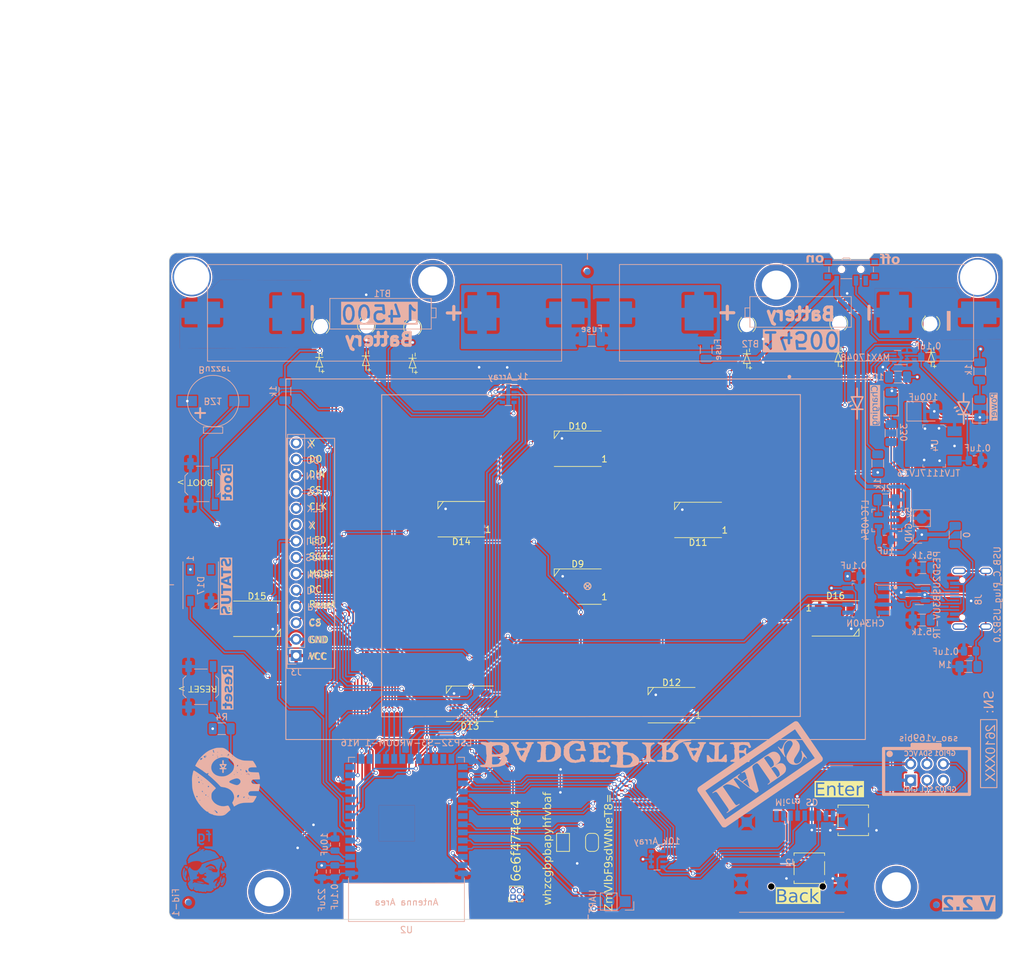
<source format=kicad_pcb>
(kicad_pcb
	(version 20241229)
	(generator "pcbnew")
	(generator_version "9.0")
	(general
		(thickness 1.58)
		(legacy_teardrops no)
	)
	(paper "USLetter")
	(title_block
		(title "CactusCon")
		(date "2025-12-07")
		(rev "Prototype_v2.2")
		(company "BadgePirates")
		(comment 1 "2 Input Buttons / SPI TFT w/Touch")
		(comment 2 "Lipo Charger / 14500 Batteryx2 / Fuel Guage")
		(comment 3 "USB to Serial Programming / MicroSD / Buzzer")
		(comment 4 "ESP32-S3 WROOM (WIFI/BTLE) - N16")
	)
	(layers
		(0 "F.Cu" signal)
		(2 "B.Cu" signal)
		(9 "F.Adhes" user "F.Adhesive")
		(11 "B.Adhes" user "B.Adhesive")
		(13 "F.Paste" user)
		(15 "B.Paste" user)
		(5 "F.SilkS" user "F.Silkscreen")
		(7 "B.SilkS" user "B.Silkscreen")
		(1 "F.Mask" user)
		(3 "B.Mask" user)
		(17 "Dwgs.User" user "User.Drawings")
		(19 "Cmts.User" user "User.Comments")
		(21 "Eco1.User" user "User.Eco1")
		(23 "Eco2.User" user "User.Eco2")
		(25 "Edge.Cuts" user)
		(27 "Margin" user)
		(31 "F.CrtYd" user "F.Courtyard")
		(29 "B.CrtYd" user "B.Courtyard")
		(35 "F.Fab" user)
		(33 "B.Fab" user)
	)
	(setup
		(stackup
			(layer "F.SilkS"
				(type "Top Silk Screen")
				(color "Black")
			)
			(layer "F.Paste"
				(type "Top Solder Paste")
			)
			(layer "F.Mask"
				(type "Top Solder Mask")
				(color "White")
				(thickness 0.01)
			)
			(layer "F.Cu"
				(type "copper")
				(thickness 0.035)
			)
			(layer "dielectric 1"
				(type "core")
				(color "Polyimide")
				(thickness 1.49)
				(material "FR4")
				(epsilon_r 4.29)
				(loss_tangent 0.02)
			)
			(layer "B.Cu"
				(type "copper")
				(thickness 0.035)
			)
			(layer "B.Mask"
				(type "Bottom Solder Mask")
				(color "White")
				(thickness 0.01)
			)
			(layer "B.Paste"
				(type "Bottom Solder Paste")
			)
			(layer "B.SilkS"
				(type "Bottom Silk Screen")
				(color "Black")
			)
			(copper_finish "None")
			(dielectric_constraints yes)
		)
		(pad_to_mask_clearance 0.2)
		(allow_soldermask_bridges_in_footprints no)
		(tenting front back)
		(aux_axis_origin 218.54 159.5)
		(pcbplotparams
			(layerselection 0x00000000_00000000_55555555_575555ff)
			(plot_on_all_layers_selection 0x00000000_00000000_00000000_00000000)
			(disableapertmacros no)
			(usegerberextensions no)
			(usegerberattributes yes)
			(usegerberadvancedattributes yes)
			(creategerberjobfile yes)
			(dashed_line_dash_ratio 12.000000)
			(dashed_line_gap_ratio 3.000000)
			(svgprecision 4)
			(plotframeref no)
			(mode 1)
			(useauxorigin no)
			(hpglpennumber 1)
			(hpglpenspeed 20)
			(hpglpendiameter 15.000000)
			(pdf_front_fp_property_popups yes)
			(pdf_back_fp_property_popups yes)
			(pdf_metadata yes)
			(pdf_single_document no)
			(dxfpolygonmode yes)
			(dxfimperialunits yes)
			(dxfusepcbnewfont yes)
			(psnegative no)
			(psa4output no)
			(plot_black_and_white yes)
			(sketchpadsonfab no)
			(plotpadnumbers no)
			(hidednponfab no)
			(sketchdnponfab yes)
			(crossoutdnponfab yes)
			(subtractmaskfromsilk no)
			(outputformat 1)
			(mirror no)
			(drillshape 0)
			(scaleselection 1)
			(outputdirectory "gerbers/")
		)
	)
	(net 0 "")
	(net 1 "/Power and Charge Curcuit/BATTERY1+")
	(net 2 "GND")
	(net 3 "RESET")
	(net 4 "VBUS")
	(net 5 "VCC")
	(net 6 "+BATT")
	(net 7 "Net-(D4-A)")
	(net 8 "Net-(D5-A)")
	(net 9 "Net-(D6-A)")
	(net 10 "IO18")
	(net 11 "Net-(D7-A)")
	(net 12 "Net-(D8-A)")
	(net 13 "D+")
	(net 14 "D-")
	(net 15 "/Power and Charge Curcuit/BATTERY2+")
	(net 16 "Net-(SW1-A)")
	(net 17 "USB_RX_ESP_TX")
	(net 18 "USB_TX_ESP_RX")
	(net 19 "Boot")
	(net 20 "Net-(J8-SHIELD)")
	(net 21 "Net-(J8-VBUS-PadA4)")
	(net 22 "Net-(J8-CC1)")
	(net 23 "unconnected-(J8-SBU1-PadA8)")
	(net 24 "Net-(J8-CC2)")
	(net 25 "Net-(U1-PROG)")
	(net 26 "Net-(U1-~{CHRG})")
	(net 27 "IO15")
	(net 28 "IO05")
	(net 29 "IO04")
	(net 30 "IO10")
	(net 31 "IO14")
	(net 32 "IO13")
	(net 33 "IO12")
	(net 34 "IO11")
	(net 35 "unconnected-(SW1-C-Pad3)")
	(net 36 "IO37")
	(net 37 "IO36")
	(net 38 "IO35")
	(net 39 "IO38")
	(net 40 "IO16")
	(net 41 "IO17")
	(net 42 "IO08")
	(net 43 "IO09")
	(net 44 "IO02")
	(net 45 "IO01")
	(net 46 "unconnected-(U3-~{RTS}-Pad4)")
	(net 47 "unconnected-(J8-SBU2-PadB8)")
	(net 48 "unconnected-(J2-DAT2-Pad1)")
	(net 49 "Net-(D11-DOUT)")
	(net 50 "Net-(D12-DOUT)")
	(net 51 "IO19")
	(net 52 "/Power and Charge Curcuit/BATT_LVL_~{ALERT}")
	(net 53 "unconnected-(J2-DAT1-Pad8)")
	(net 54 "unconnected-(J2-DET-Pad9)")
	(net 55 "IO47")
	(net 56 "IO06")
	(net 57 "IO07")
	(net 58 "IO03")
	(net 59 "IO21")
	(net 60 "IO45")
	(net 61 "IO46")
	(net 62 "Net-(D1-A)")
	(net 63 "Net-(D2-K)")
	(net 64 "Net-(D3-A)")
	(net 65 "Net-(D10-DOUT)")
	(net 66 "Net-(D10-DIN)")
	(net 67 "IO39")
	(net 68 "IO41")
	(net 69 "IO42")
	(net 70 "unconnected-(J3-Pin_14-Pad14)")
	(net 71 "Net-(D13-DOUT)")
	(net 72 "unconnected-(J3-Pin_9-Pad9)")
	(net 73 "Net-(D14-DOUT)")
	(net 74 "unconnected-(D17-DOUT-Pad2)")
	(net 75 "unconnected-(U2-GPIO48{slash}SPICLK_N{slash}SUBSPICLK_N_DIFF-Pad25)")
	(net 76 "unconnected-(U2-GPIO20{slash}U1CTS{slash}ADC2_CH9{slash}CLK_OUT1{slash}USB_D+-Pad14)")
	(net 77 "unconnected-(U2-MTDO{slash}GPIO40{slash}CLK_OUT2-Pad33)")
	(net 78 "Net-(D15-DOUT)")
	(net 79 "unconnected-(D16-DOUT-Pad2)")
	(footprint "BadgePirates:Badgelife-SAOv169-SAO_Side_B.SLK" (layer "F.Cu") (at 206.3998 136.5916))
	(footprint "BadgePirates:LED_WS2812B_PLCC4_5.0x5.0mm_P3.2mm" (layer "F.Cu") (at 192.58 112.65))
	(footprint (layer "F.Cu") (at 183.39416 60.88 90))
	(footprint "BadgePirates:LED_Osram_Lx_P47F_D2mm_ReverseMount_Proper_Mask Only" (layer "F.Cu") (at 207.40416 66.84 -90))
	(footprint "BadgePirates:LED_WS2812B_PLCC4_5.0x5.0mm_P3.2mm" (layer "F.Cu") (at 152.55 86.3 180))
	(footprint "BadgePirates:LED_Osram_Lx_P47F_D2mm_ReverseMount_Proper_Mask Only" (layer "F.Cu") (at 126.90416 67.4953 -90))
	(footprint "Fiducial:Fiducial_0.5mm_Mask1mm" (layer "F.Cu") (at 153.94416 58.65 90))
	(footprint "BadgePirates:LED_Osram_Lx_P47F_D2mm_ReverseMount_Proper_Mask Only" (layer "F.Cu") (at 112.60416 67.31 -90))
	(footprint "BadgePirates:LED_Osram_Lx_P47F_D2mm_ReverseMount_Proper_Mask Only" (layer "F.Cu") (at 119.72416 67.13 -90))
	(footprint "BadgePiratesLogos:LED_Schematic_B.SLK" (layer "F.Cu") (at 195.63416 79.27 90))
	(footprint "BadgePiratesLogos:FG_B.Cu" (layer "F.Cu") (at 94.52416 151.59))
	(footprint "BadgePirates:LED_WS2812B_PLCC4_5.0x5.0mm_P3.2mm" (layer "F.Cu") (at 152.55 107.71 180))
	(footprint "BadgePirates:LED_WS2812B_PLCC4_5.0x5.0mm_P3.2mm" (layer "F.Cu") (at 171.24 97.36 180))
	(footprint "BadgePirates:Hole_5.5mm" (layer "F.Cu") (at 92.60416 59.64 90))
	(footprint "BadgePirates:LED_WS2812B_PLCC4_5.0x5.0mm_P3.2mm" (layer "F.Cu") (at 134.48 97.24 180))
	(footprint "BadgePirates:Hole_5.5mm" (layer "F.Cu") (at 214.66416 59.68 90))
	(footprint "Connector_PinHeader_1.00mm:PinHeader_2x02_P1.00mm_Vertical" (layer "F.Cu") (at 142.50416 155.94 90))
	(footprint "BadgePirates_Logos:BPSkull_Distressed_B.SILK" (layer "F.Cu") (at 97.91416 138 90))
	(footprint "BadgePirates:SW_SPST_TL3305C(small)" (layer "F.Cu") (at 188.52 151.44 180))
	(footprint "BadgePiratesLogos:LED_Schematic_B.SLK" (layer "F.Cu") (at 212.167404 80.059834 90))
	(footprint "Jumper:SolderJumper-2_P1.3mm_Bridged_RoundedPad1.0x1.5mm" (layer "F.Cu") (at 154.77416 147.43 -90))
	(footprint "BadgePirates:LED_Osram_Lx_P47F_D2mm_ReverseMount_Proper_Mask Only"
		(layer "F.Cu")
		(uuid "caf027bc-30a6-4db5-bfd3-87f074d9fd80")
		(at 178.84416 67.08 -90)
		(descr "Reverse-mount LED, SMD, Mask removed")
		(tags "LED ReverseMount Reverse")
		(property "Reference" "D6"
			(at 4.575 0.025 90)
			(layer "F.SilkS")
			(hide yes)
			(uuid "1b3e4dfa-9e73-4b70-ad51-15c64eec811b")
			(effects
				(font
					(size 1 1)
					(thickness 0.15)
				)
			)
		)
		(property "Value" "LED"
			(at 0 -2.325 90)
			(layer "F.Fab")
			(uuid "67003de9-eb57-49de-93e6-13cbd25b3454")
			(effects
				(font
					(size 1 1)
					(thickness 0.15)
				)
			)
		)
		(property "Datasheet" "https://www.mouser.com/datasheet/2/216/AA3528SYCKT09-1602219.pdf"
			(at 0 0 90)
			(unlocked yes)
			(layer "B.Fab")
			(hide yes)
			(uuid "df290dab-9a55-4387-b27b-7b3b682fb899")
			(effects
				(font
					(size 1.27 1.27)
					(thickness 0.15)
				)
				(justify mirror)
			)
		)
		(property "Description" ""
			(at 0 0 90)
			(unlocked yes)
			(layer "B.Fab")
			(hide yes)
			(uuid "6dfe62d3-5306-4d19-8f7f-7a6b73c95001")
			(effects
				(font
					(size 1.27 1.27)
					(thickness 0.15)
				)
				(justify mirror)
			)
		)
		(property "MFG" "KingBright"
			(at 0 0 90)
			(layer "F.Fab")
			(hide yes)
			(uuid "b1cab353-4086-440e-9897-191388f2b363")
			(effects
				(font
					(size 1 1)
					(thickness 0.15)
				)
			)
		)
		(property "MFG_PN" "AA3528SYCKT09"
			(at 0 0 90)
			(layer "F.Fab")
			(hide yes)
			(uuid "d8b9cfe2-3323-44f7-b049-0ebff3616a3a")
			(effects
				(font
					(size 1 1)
					(thickness 0.15)
				)
			)
		)
		(property "OrderURL" ""
			(at 0 0 90)
			(layer "F.Fab")
			(hide yes)
			(uuid "253f7896-27aa-4f9d-90db-d439453c1e44")
			(effects
				(font
					(size 1 1)
					(thickness 0.15)
				)
			)
		)
		(property "Vendor1" "Mouser"
			(at 0 0 90)
			(layer "F.Fab")
			(hide yes)
			(uuid "e24cb972-21f7-4562-801e-ec2cbb6bc48e")
			(effects
				(font
					(size 1 1)
					(thickness 0.15)
				)
			)
		)
		(property "Vendor1_PN" "604-AA3528SYCKT09"
			(at 0 0 90)
			(layer "F.Fab")
			(hide yes)
			(uuid "4fc19f61-6af1-4842-ba2c-00530bfbea00")
			(effects
				(font
					(size 1 1)
					(thickness 0.15)
				)
			)
		)
		(property "Vendor1_URL" "https://www.mouser.com/ProductDetail/Kingbright/AA3528SYCKT09?qs=PzGy0jfpSMsmUm0ELhsFuQ%3D%3D"
			(at 0 0 90)
			(layer "F.Fab")
			(hide yes)
			(uuid "7fefb151-2cd1-40e6-90d9-8dfdbcc38903")
			(effects
				(font
					(size 1 1)
					(thickness 0.15)
				)
			)
		)
		(property ki_fp_filters "LED* LED_SMD:* LED_THT:*")
		(path "/3c34205f-0c14-4e66-b000-3f846d3d7657/1d9f44ba-19ad-4754-a745-138f73133be8")
		(sheetname "/LEDs/")
		(sheetfile "LEDs.kicad_sch")
		(attr smd)
		(fp_circle
			(center 0 0)
			(end 1.092495 0)
			(stroke
				(width 0.12)
				(type solid)
			)
			(fill yes)
			(layer "F.Mask")
			(uuid "aba1d8b5-af4f-4652-841c-bf8fadec3131")
		)
		(fp_poly
			(pts
				(xy 3.302 1.2446) (xy 1.3208 1.2446) (xy 1.3208 -1.2446) (xy 3.302 -1.2446)
			)
			(stroke
				(width 0.1)
				(type solid)
			)
			(fill yes)
			(layer "F.Mask")
			(uuid "feb58a59-3c11-4a0f-92e5-4a315c72af59")
		)
		(fp_poly
			(pts
				(xy -1.3208 1.2192) (xy -3.2512 1.2192) (xy -3.2512 -1.2192) (xy -1.3208 -1.2192)
			)
			(stroke
				(width 0.1)
				(type solid)
			)
			(fill yes)
			(layer 
... [1542872 chars truncated]
</source>
